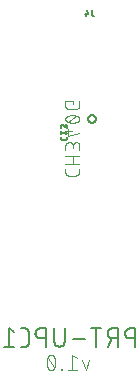
<source format=gbr>
G04 EAGLE Gerber RS-274X export*
G75*
%MOMM*%
%FSLAX34Y34*%
%LPD*%
%INSilkscreen Bottom*%
%IPPOS*%
%AMOC8*
5,1,8,0,0,1.08239X$1,22.5*%
G01*
%ADD10C,0.101600*%
%ADD11C,0.127000*%
%ADD12C,0.203200*%


D10*
X291492Y209313D02*
X288557Y200508D01*
X285622Y209313D01*
X280704Y210781D02*
X277035Y213716D01*
X277035Y200508D01*
X273367Y200508D02*
X280704Y200508D01*
X268441Y200508D02*
X268441Y201242D01*
X267708Y201242D01*
X267708Y200508D01*
X268441Y200508D01*
X262782Y207112D02*
X262779Y207372D01*
X262770Y207631D01*
X262754Y207891D01*
X262732Y208150D01*
X262705Y208408D01*
X262671Y208666D01*
X262630Y208922D01*
X262584Y209178D01*
X262532Y209433D01*
X262473Y209686D01*
X262409Y209937D01*
X262338Y210188D01*
X262262Y210436D01*
X262180Y210682D01*
X262092Y210927D01*
X261998Y211169D01*
X261898Y211409D01*
X261792Y211646D01*
X261681Y211881D01*
X261681Y211882D02*
X261646Y211977D01*
X261608Y212072D01*
X261566Y212165D01*
X261520Y212256D01*
X261471Y212346D01*
X261419Y212434D01*
X261364Y212519D01*
X261305Y212603D01*
X261243Y212684D01*
X261179Y212763D01*
X261111Y212839D01*
X261040Y212913D01*
X260967Y212984D01*
X260891Y213052D01*
X260813Y213118D01*
X260732Y213180D01*
X260649Y213240D01*
X260564Y213296D01*
X260477Y213349D01*
X260388Y213398D01*
X260297Y213444D01*
X260204Y213487D01*
X260110Y213526D01*
X260014Y213562D01*
X259917Y213594D01*
X259819Y213623D01*
X259720Y213647D01*
X259620Y213668D01*
X259520Y213685D01*
X259419Y213699D01*
X259317Y213708D01*
X259215Y213714D01*
X259113Y213716D01*
X259011Y213714D01*
X258909Y213708D01*
X258807Y213699D01*
X258706Y213685D01*
X258606Y213668D01*
X258506Y213647D01*
X258407Y213623D01*
X258309Y213594D01*
X258212Y213562D01*
X258116Y213526D01*
X258022Y213487D01*
X257929Y213444D01*
X257838Y213398D01*
X257749Y213349D01*
X257662Y213296D01*
X257577Y213240D01*
X257494Y213180D01*
X257413Y213118D01*
X257335Y213052D01*
X257259Y212984D01*
X257186Y212913D01*
X257115Y212839D01*
X257047Y212763D01*
X256983Y212684D01*
X256921Y212603D01*
X256862Y212519D01*
X256807Y212434D01*
X256755Y212346D01*
X256706Y212256D01*
X256660Y212165D01*
X256618Y212072D01*
X256580Y211977D01*
X256545Y211882D01*
X256546Y211881D02*
X256435Y211647D01*
X256329Y211409D01*
X256229Y211169D01*
X256135Y210927D01*
X256047Y210682D01*
X255965Y210436D01*
X255889Y210188D01*
X255818Y209938D01*
X255754Y209686D01*
X255695Y209433D01*
X255643Y209178D01*
X255597Y208922D01*
X255556Y208666D01*
X255522Y208408D01*
X255495Y208150D01*
X255473Y207891D01*
X255457Y207631D01*
X255448Y207372D01*
X255445Y207112D01*
X262783Y207112D02*
X262780Y206852D01*
X262771Y206592D01*
X262755Y206333D01*
X262733Y206074D01*
X262706Y205816D01*
X262672Y205558D01*
X262631Y205301D01*
X262585Y205046D01*
X262533Y204791D01*
X262474Y204538D01*
X262410Y204286D01*
X262339Y204036D01*
X262263Y203788D01*
X262181Y203541D01*
X262093Y203297D01*
X261999Y203055D01*
X261899Y202815D01*
X261793Y202577D01*
X261682Y202342D01*
X261681Y202342D02*
X261646Y202247D01*
X261608Y202152D01*
X261566Y202059D01*
X261520Y201968D01*
X261471Y201878D01*
X261419Y201790D01*
X261364Y201705D01*
X261305Y201621D01*
X261243Y201540D01*
X261179Y201461D01*
X261111Y201385D01*
X261040Y201311D01*
X260967Y201240D01*
X260891Y201172D01*
X260813Y201106D01*
X260732Y201044D01*
X260649Y200984D01*
X260564Y200928D01*
X260477Y200875D01*
X260388Y200826D01*
X260297Y200780D01*
X260204Y200737D01*
X260110Y200698D01*
X260014Y200662D01*
X259917Y200630D01*
X259819Y200601D01*
X259720Y200577D01*
X259620Y200556D01*
X259520Y200539D01*
X259419Y200525D01*
X259317Y200516D01*
X259215Y200510D01*
X259113Y200508D01*
X256546Y202343D02*
X256435Y202578D01*
X256329Y202815D01*
X256229Y203055D01*
X256135Y203297D01*
X256047Y203542D01*
X255965Y203788D01*
X255889Y204036D01*
X255818Y204287D01*
X255754Y204538D01*
X255695Y204791D01*
X255643Y205046D01*
X255597Y205302D01*
X255556Y205558D01*
X255522Y205816D01*
X255495Y206074D01*
X255473Y206333D01*
X255457Y206593D01*
X255448Y206852D01*
X255445Y207112D01*
X256545Y202342D02*
X256580Y202247D01*
X256618Y202152D01*
X256660Y202059D01*
X256706Y201968D01*
X256755Y201878D01*
X256807Y201790D01*
X256862Y201705D01*
X256921Y201621D01*
X256983Y201540D01*
X257047Y201461D01*
X257115Y201385D01*
X257186Y201311D01*
X257259Y201240D01*
X257335Y201172D01*
X257413Y201106D01*
X257494Y201044D01*
X257577Y200984D01*
X257662Y200928D01*
X257749Y200875D01*
X257838Y200826D01*
X257929Y200780D01*
X258022Y200737D01*
X258116Y200698D01*
X258212Y200662D01*
X258309Y200630D01*
X258407Y200601D01*
X258506Y200577D01*
X258606Y200556D01*
X258706Y200539D01*
X258807Y200525D01*
X258909Y200516D01*
X259011Y200510D01*
X259113Y200508D01*
X262048Y203443D02*
X256178Y210781D01*
D11*
X330365Y220635D02*
X330365Y236129D01*
X326061Y236129D01*
X325931Y236127D01*
X325801Y236121D01*
X325671Y236111D01*
X325542Y236098D01*
X325413Y236080D01*
X325285Y236059D01*
X325158Y236033D01*
X325031Y236004D01*
X324905Y235971D01*
X324781Y235934D01*
X324657Y235894D01*
X324535Y235849D01*
X324414Y235801D01*
X324295Y235750D01*
X324177Y235695D01*
X324061Y235636D01*
X323947Y235574D01*
X323834Y235508D01*
X323724Y235439D01*
X323616Y235367D01*
X323510Y235292D01*
X323407Y235213D01*
X323306Y235131D01*
X323207Y235047D01*
X323111Y234959D01*
X323018Y234868D01*
X322927Y234775D01*
X322839Y234679D01*
X322755Y234580D01*
X322673Y234479D01*
X322594Y234376D01*
X322519Y234270D01*
X322447Y234162D01*
X322378Y234052D01*
X322312Y233939D01*
X322250Y233825D01*
X322191Y233709D01*
X322136Y233591D01*
X322085Y233472D01*
X322037Y233351D01*
X321992Y233229D01*
X321952Y233105D01*
X321915Y232981D01*
X321882Y232855D01*
X321853Y232728D01*
X321827Y232601D01*
X321806Y232473D01*
X321788Y232344D01*
X321775Y232215D01*
X321765Y232085D01*
X321759Y231955D01*
X321757Y231825D01*
X321759Y231695D01*
X321765Y231565D01*
X321775Y231435D01*
X321788Y231306D01*
X321806Y231177D01*
X321827Y231049D01*
X321853Y230922D01*
X321882Y230795D01*
X321915Y230669D01*
X321952Y230545D01*
X321992Y230421D01*
X322037Y230299D01*
X322085Y230178D01*
X322136Y230059D01*
X322191Y229941D01*
X322250Y229825D01*
X322312Y229711D01*
X322378Y229598D01*
X322447Y229488D01*
X322519Y229380D01*
X322594Y229274D01*
X322673Y229171D01*
X322755Y229070D01*
X322839Y228971D01*
X322927Y228875D01*
X323018Y228782D01*
X323111Y228691D01*
X323207Y228603D01*
X323306Y228519D01*
X323407Y228437D01*
X323510Y228358D01*
X323616Y228283D01*
X323724Y228211D01*
X323834Y228142D01*
X323947Y228076D01*
X324061Y228014D01*
X324177Y227955D01*
X324295Y227900D01*
X324414Y227849D01*
X324535Y227801D01*
X324657Y227756D01*
X324781Y227716D01*
X324905Y227679D01*
X325031Y227646D01*
X325158Y227617D01*
X325285Y227591D01*
X325413Y227570D01*
X325542Y227552D01*
X325671Y227539D01*
X325801Y227529D01*
X325931Y227523D01*
X326061Y227521D01*
X330365Y227521D01*
X315611Y220635D02*
X315611Y236129D01*
X311307Y236129D01*
X311177Y236127D01*
X311047Y236121D01*
X310917Y236111D01*
X310788Y236098D01*
X310659Y236080D01*
X310531Y236059D01*
X310404Y236033D01*
X310277Y236004D01*
X310151Y235971D01*
X310027Y235934D01*
X309903Y235894D01*
X309781Y235849D01*
X309660Y235801D01*
X309541Y235750D01*
X309423Y235695D01*
X309307Y235636D01*
X309193Y235574D01*
X309080Y235508D01*
X308970Y235439D01*
X308862Y235367D01*
X308756Y235292D01*
X308653Y235213D01*
X308552Y235131D01*
X308453Y235047D01*
X308357Y234959D01*
X308264Y234868D01*
X308173Y234775D01*
X308085Y234679D01*
X308001Y234580D01*
X307919Y234479D01*
X307840Y234376D01*
X307765Y234270D01*
X307693Y234162D01*
X307624Y234052D01*
X307558Y233939D01*
X307496Y233825D01*
X307437Y233709D01*
X307382Y233591D01*
X307331Y233472D01*
X307283Y233351D01*
X307238Y233229D01*
X307198Y233105D01*
X307161Y232981D01*
X307128Y232855D01*
X307099Y232728D01*
X307073Y232601D01*
X307052Y232473D01*
X307034Y232344D01*
X307021Y232215D01*
X307011Y232085D01*
X307005Y231955D01*
X307003Y231825D01*
X307005Y231695D01*
X307011Y231565D01*
X307021Y231435D01*
X307034Y231306D01*
X307052Y231177D01*
X307073Y231049D01*
X307099Y230922D01*
X307128Y230795D01*
X307161Y230669D01*
X307198Y230545D01*
X307238Y230421D01*
X307283Y230299D01*
X307331Y230178D01*
X307382Y230059D01*
X307437Y229941D01*
X307496Y229825D01*
X307558Y229711D01*
X307624Y229598D01*
X307693Y229488D01*
X307765Y229380D01*
X307840Y229274D01*
X307919Y229171D01*
X308001Y229070D01*
X308085Y228971D01*
X308173Y228875D01*
X308264Y228782D01*
X308357Y228691D01*
X308453Y228603D01*
X308552Y228519D01*
X308653Y228437D01*
X308756Y228358D01*
X308862Y228283D01*
X308970Y228211D01*
X309080Y228142D01*
X309193Y228076D01*
X309307Y228014D01*
X309423Y227955D01*
X309541Y227900D01*
X309660Y227849D01*
X309781Y227801D01*
X309903Y227756D01*
X310027Y227716D01*
X310151Y227679D01*
X310277Y227646D01*
X310404Y227617D01*
X310531Y227591D01*
X310659Y227570D01*
X310788Y227552D01*
X310917Y227539D01*
X311047Y227529D01*
X311177Y227523D01*
X311307Y227521D01*
X315611Y227521D01*
X310446Y227521D02*
X307003Y220635D01*
X297518Y220635D02*
X297518Y236129D01*
X301821Y236129D02*
X293214Y236129D01*
X287816Y226660D02*
X277487Y226660D01*
X270603Y224939D02*
X270603Y236129D01*
X270603Y224939D02*
X270601Y224809D01*
X270595Y224679D01*
X270585Y224549D01*
X270572Y224420D01*
X270554Y224291D01*
X270533Y224163D01*
X270507Y224036D01*
X270478Y223909D01*
X270445Y223783D01*
X270408Y223659D01*
X270368Y223535D01*
X270323Y223413D01*
X270275Y223292D01*
X270224Y223173D01*
X270169Y223055D01*
X270110Y222939D01*
X270048Y222825D01*
X269982Y222712D01*
X269913Y222602D01*
X269841Y222494D01*
X269766Y222388D01*
X269687Y222285D01*
X269605Y222184D01*
X269521Y222085D01*
X269433Y221989D01*
X269342Y221896D01*
X269249Y221805D01*
X269153Y221717D01*
X269054Y221633D01*
X268953Y221551D01*
X268850Y221472D01*
X268744Y221397D01*
X268636Y221325D01*
X268526Y221256D01*
X268413Y221190D01*
X268299Y221128D01*
X268183Y221069D01*
X268065Y221014D01*
X267946Y220963D01*
X267825Y220915D01*
X267703Y220870D01*
X267579Y220830D01*
X267455Y220793D01*
X267329Y220760D01*
X267202Y220731D01*
X267075Y220705D01*
X266947Y220684D01*
X266818Y220666D01*
X266689Y220653D01*
X266559Y220643D01*
X266429Y220637D01*
X266299Y220635D01*
X266169Y220637D01*
X266039Y220643D01*
X265909Y220653D01*
X265780Y220666D01*
X265651Y220684D01*
X265523Y220705D01*
X265396Y220731D01*
X265269Y220760D01*
X265143Y220793D01*
X265019Y220830D01*
X264895Y220870D01*
X264773Y220915D01*
X264652Y220963D01*
X264533Y221014D01*
X264415Y221069D01*
X264299Y221128D01*
X264185Y221190D01*
X264072Y221256D01*
X263962Y221325D01*
X263854Y221397D01*
X263748Y221472D01*
X263645Y221551D01*
X263544Y221633D01*
X263445Y221717D01*
X263349Y221805D01*
X263256Y221896D01*
X263165Y221989D01*
X263077Y222085D01*
X262993Y222184D01*
X262911Y222285D01*
X262832Y222388D01*
X262757Y222494D01*
X262685Y222602D01*
X262616Y222712D01*
X262550Y222825D01*
X262488Y222939D01*
X262429Y223055D01*
X262374Y223173D01*
X262323Y223292D01*
X262275Y223413D01*
X262230Y223535D01*
X262190Y223659D01*
X262153Y223783D01*
X262120Y223909D01*
X262091Y224036D01*
X262065Y224163D01*
X262044Y224291D01*
X262026Y224420D01*
X262013Y224549D01*
X262003Y224679D01*
X261997Y224809D01*
X261995Y224939D01*
X261996Y224939D02*
X261996Y236129D01*
X254550Y236129D02*
X254550Y220635D01*
X254550Y236129D02*
X250246Y236129D01*
X250116Y236127D01*
X249986Y236121D01*
X249856Y236111D01*
X249727Y236098D01*
X249598Y236080D01*
X249470Y236059D01*
X249343Y236033D01*
X249216Y236004D01*
X249090Y235971D01*
X248966Y235934D01*
X248842Y235894D01*
X248720Y235849D01*
X248599Y235801D01*
X248480Y235750D01*
X248362Y235695D01*
X248246Y235636D01*
X248132Y235574D01*
X248019Y235508D01*
X247909Y235439D01*
X247801Y235367D01*
X247695Y235292D01*
X247592Y235213D01*
X247491Y235131D01*
X247392Y235047D01*
X247296Y234959D01*
X247203Y234868D01*
X247112Y234775D01*
X247024Y234679D01*
X246940Y234580D01*
X246858Y234479D01*
X246779Y234376D01*
X246704Y234270D01*
X246632Y234162D01*
X246563Y234052D01*
X246497Y233939D01*
X246435Y233825D01*
X246376Y233709D01*
X246321Y233591D01*
X246270Y233472D01*
X246222Y233351D01*
X246177Y233229D01*
X246137Y233105D01*
X246100Y232981D01*
X246067Y232855D01*
X246038Y232728D01*
X246012Y232601D01*
X245991Y232473D01*
X245973Y232344D01*
X245960Y232215D01*
X245950Y232085D01*
X245944Y231955D01*
X245942Y231825D01*
X245944Y231695D01*
X245950Y231565D01*
X245960Y231435D01*
X245973Y231306D01*
X245991Y231177D01*
X246012Y231049D01*
X246038Y230922D01*
X246067Y230795D01*
X246100Y230669D01*
X246137Y230545D01*
X246177Y230421D01*
X246222Y230299D01*
X246270Y230178D01*
X246321Y230059D01*
X246376Y229941D01*
X246435Y229825D01*
X246497Y229711D01*
X246563Y229598D01*
X246632Y229488D01*
X246704Y229380D01*
X246779Y229274D01*
X246858Y229171D01*
X246940Y229070D01*
X247024Y228971D01*
X247112Y228875D01*
X247203Y228782D01*
X247296Y228691D01*
X247392Y228603D01*
X247491Y228519D01*
X247592Y228437D01*
X247695Y228358D01*
X247801Y228283D01*
X247909Y228211D01*
X248019Y228142D01*
X248132Y228076D01*
X248246Y228014D01*
X248362Y227955D01*
X248480Y227900D01*
X248599Y227849D01*
X248720Y227801D01*
X248842Y227756D01*
X248966Y227716D01*
X249090Y227679D01*
X249216Y227646D01*
X249343Y227617D01*
X249470Y227591D01*
X249598Y227570D01*
X249727Y227552D01*
X249856Y227539D01*
X249986Y227529D01*
X250116Y227523D01*
X250246Y227521D01*
X254550Y227521D01*
X236971Y220635D02*
X233527Y220635D01*
X236971Y220635D02*
X237086Y220637D01*
X237201Y220643D01*
X237316Y220652D01*
X237430Y220666D01*
X237544Y220683D01*
X237657Y220704D01*
X237769Y220729D01*
X237881Y220757D01*
X237991Y220790D01*
X238100Y220826D01*
X238208Y220865D01*
X238315Y220908D01*
X238420Y220955D01*
X238524Y221005D01*
X238626Y221059D01*
X238726Y221116D01*
X238824Y221176D01*
X238920Y221239D01*
X239013Y221306D01*
X239105Y221376D01*
X239194Y221449D01*
X239281Y221525D01*
X239365Y221603D01*
X239446Y221684D01*
X239525Y221769D01*
X239600Y221855D01*
X239673Y221944D01*
X239743Y222036D01*
X239810Y222129D01*
X239873Y222225D01*
X239933Y222323D01*
X239990Y222423D01*
X240044Y222525D01*
X240094Y222629D01*
X240141Y222734D01*
X240184Y222841D01*
X240224Y222949D01*
X240259Y223058D01*
X240292Y223168D01*
X240320Y223280D01*
X240345Y223392D01*
X240366Y223505D01*
X240383Y223619D01*
X240397Y223733D01*
X240406Y223848D01*
X240412Y223963D01*
X240414Y224078D01*
X240414Y232686D01*
X240412Y232801D01*
X240406Y232916D01*
X240397Y233031D01*
X240383Y233145D01*
X240366Y233259D01*
X240345Y233372D01*
X240320Y233484D01*
X240292Y233596D01*
X240259Y233706D01*
X240224Y233815D01*
X240184Y233923D01*
X240141Y234030D01*
X240094Y234135D01*
X240044Y234239D01*
X239990Y234341D01*
X239933Y234441D01*
X239873Y234539D01*
X239810Y234635D01*
X239743Y234728D01*
X239673Y234820D01*
X239600Y234909D01*
X239525Y234995D01*
X239446Y235080D01*
X239365Y235161D01*
X239281Y235239D01*
X239194Y235315D01*
X239105Y235388D01*
X239013Y235458D01*
X238920Y235525D01*
X238824Y235588D01*
X238726Y235648D01*
X238626Y235705D01*
X238524Y235759D01*
X238420Y235809D01*
X238315Y235856D01*
X238208Y235899D01*
X238100Y235938D01*
X237991Y235974D01*
X237881Y236007D01*
X237769Y236035D01*
X237657Y236060D01*
X237544Y236081D01*
X237430Y236098D01*
X237316Y236112D01*
X237201Y236121D01*
X237086Y236127D01*
X236971Y236129D01*
X233527Y236129D01*
X227988Y232686D02*
X223684Y236129D01*
X223684Y220635D01*
X227988Y220635D02*
X219380Y220635D01*
D12*
X290534Y413440D02*
X290536Y413554D01*
X290542Y413667D01*
X290552Y413780D01*
X290566Y413893D01*
X290583Y414005D01*
X290605Y414117D01*
X290631Y414228D01*
X290660Y414337D01*
X290693Y414446D01*
X290730Y414554D01*
X290771Y414660D01*
X290815Y414764D01*
X290864Y414867D01*
X290915Y414969D01*
X290970Y415068D01*
X291029Y415165D01*
X291091Y415261D01*
X291156Y415354D01*
X291224Y415445D01*
X291296Y415533D01*
X291370Y415619D01*
X291448Y415702D01*
X291528Y415782D01*
X291611Y415860D01*
X291697Y415934D01*
X291785Y416006D01*
X291876Y416074D01*
X291969Y416139D01*
X292065Y416201D01*
X292162Y416260D01*
X292261Y416315D01*
X292363Y416366D01*
X292466Y416415D01*
X292570Y416459D01*
X292676Y416500D01*
X292784Y416537D01*
X292893Y416570D01*
X293002Y416599D01*
X293113Y416625D01*
X293225Y416647D01*
X293337Y416664D01*
X293450Y416678D01*
X293563Y416688D01*
X293676Y416694D01*
X293790Y416696D01*
X293904Y416694D01*
X294017Y416688D01*
X294130Y416678D01*
X294243Y416664D01*
X294355Y416647D01*
X294467Y416625D01*
X294578Y416599D01*
X294687Y416570D01*
X294796Y416537D01*
X294904Y416500D01*
X295010Y416459D01*
X295114Y416415D01*
X295217Y416366D01*
X295319Y416315D01*
X295418Y416260D01*
X295515Y416201D01*
X295611Y416139D01*
X295704Y416074D01*
X295795Y416006D01*
X295883Y415934D01*
X295969Y415860D01*
X296052Y415782D01*
X296132Y415702D01*
X296210Y415619D01*
X296284Y415533D01*
X296356Y415445D01*
X296424Y415354D01*
X296489Y415261D01*
X296551Y415165D01*
X296610Y415068D01*
X296665Y414969D01*
X296716Y414867D01*
X296765Y414764D01*
X296809Y414660D01*
X296850Y414554D01*
X296887Y414446D01*
X296920Y414337D01*
X296949Y414228D01*
X296975Y414117D01*
X296997Y414005D01*
X297014Y413893D01*
X297028Y413780D01*
X297038Y413667D01*
X297044Y413554D01*
X297046Y413440D01*
X297044Y413326D01*
X297038Y413213D01*
X297028Y413100D01*
X297014Y412987D01*
X296997Y412875D01*
X296975Y412763D01*
X296949Y412652D01*
X296920Y412543D01*
X296887Y412434D01*
X296850Y412326D01*
X296809Y412220D01*
X296765Y412116D01*
X296716Y412013D01*
X296665Y411911D01*
X296610Y411812D01*
X296551Y411715D01*
X296489Y411619D01*
X296424Y411526D01*
X296356Y411435D01*
X296284Y411347D01*
X296210Y411261D01*
X296132Y411178D01*
X296052Y411098D01*
X295969Y411020D01*
X295883Y410946D01*
X295795Y410874D01*
X295704Y410806D01*
X295611Y410741D01*
X295515Y410679D01*
X295418Y410620D01*
X295319Y410565D01*
X295217Y410514D01*
X295114Y410465D01*
X295010Y410421D01*
X294904Y410380D01*
X294796Y410343D01*
X294687Y410310D01*
X294578Y410281D01*
X294467Y410255D01*
X294355Y410233D01*
X294243Y410216D01*
X294130Y410202D01*
X294017Y410192D01*
X293904Y410186D01*
X293790Y410184D01*
X293676Y410186D01*
X293563Y410192D01*
X293450Y410202D01*
X293337Y410216D01*
X293225Y410233D01*
X293113Y410255D01*
X293002Y410281D01*
X292893Y410310D01*
X292784Y410343D01*
X292676Y410380D01*
X292570Y410421D01*
X292466Y410465D01*
X292363Y410514D01*
X292261Y410565D01*
X292162Y410620D01*
X292065Y410679D01*
X291969Y410741D01*
X291876Y410806D01*
X291785Y410874D01*
X291697Y410946D01*
X291611Y411020D01*
X291528Y411098D01*
X291448Y411178D01*
X291370Y411261D01*
X291296Y411347D01*
X291224Y411435D01*
X291156Y411526D01*
X291091Y411619D01*
X291029Y411715D01*
X290970Y411812D01*
X290915Y411911D01*
X290864Y412013D01*
X290815Y412116D01*
X290771Y412220D01*
X290730Y412326D01*
X290693Y412434D01*
X290660Y412543D01*
X290631Y412652D01*
X290605Y412763D01*
X290583Y412875D01*
X290566Y412987D01*
X290552Y413100D01*
X290542Y413213D01*
X290536Y413326D01*
X290534Y413440D01*
D10*
X271298Y370663D02*
X271298Y368066D01*
X271300Y367967D01*
X271306Y367867D01*
X271315Y367768D01*
X271328Y367670D01*
X271345Y367572D01*
X271366Y367474D01*
X271391Y367378D01*
X271419Y367283D01*
X271451Y367189D01*
X271486Y367096D01*
X271525Y367004D01*
X271568Y366914D01*
X271613Y366826D01*
X271663Y366739D01*
X271715Y366655D01*
X271771Y366572D01*
X271829Y366492D01*
X271891Y366414D01*
X271956Y366339D01*
X272024Y366266D01*
X272094Y366196D01*
X272167Y366128D01*
X272242Y366063D01*
X272320Y366001D01*
X272400Y365943D01*
X272483Y365887D01*
X272567Y365835D01*
X272654Y365785D01*
X272742Y365740D01*
X272832Y365697D01*
X272924Y365658D01*
X273017Y365623D01*
X273111Y365591D01*
X273206Y365563D01*
X273302Y365538D01*
X273400Y365517D01*
X273498Y365500D01*
X273596Y365487D01*
X273695Y365478D01*
X273795Y365472D01*
X273894Y365470D01*
X280386Y365470D01*
X280485Y365472D01*
X280585Y365478D01*
X280684Y365487D01*
X280782Y365500D01*
X280880Y365517D01*
X280978Y365538D01*
X281074Y365563D01*
X281169Y365591D01*
X281263Y365623D01*
X281356Y365658D01*
X281448Y365697D01*
X281538Y365740D01*
X281626Y365785D01*
X281713Y365835D01*
X281797Y365887D01*
X281880Y365943D01*
X281960Y366001D01*
X282038Y366063D01*
X282113Y366128D01*
X282186Y366196D01*
X282256Y366266D01*
X282324Y366339D01*
X282389Y366414D01*
X282451Y366492D01*
X282509Y366572D01*
X282565Y366655D01*
X282617Y366739D01*
X282667Y366826D01*
X282712Y366914D01*
X282755Y367004D01*
X282794Y367096D01*
X282829Y367188D01*
X282861Y367283D01*
X282889Y367378D01*
X282914Y367474D01*
X282935Y367572D01*
X282952Y367670D01*
X282965Y367768D01*
X282974Y367867D01*
X282980Y367967D01*
X282982Y368066D01*
X282982Y370663D01*
X282982Y375409D02*
X271298Y375409D01*
X277789Y375409D02*
X277789Y381900D01*
X282982Y381900D02*
X271298Y381900D01*
X271298Y387220D02*
X271298Y390466D01*
X271300Y390579D01*
X271306Y390692D01*
X271316Y390805D01*
X271330Y390918D01*
X271347Y391030D01*
X271369Y391141D01*
X271394Y391251D01*
X271424Y391361D01*
X271457Y391469D01*
X271494Y391576D01*
X271534Y391682D01*
X271579Y391786D01*
X271627Y391889D01*
X271678Y391990D01*
X271733Y392089D01*
X271791Y392186D01*
X271853Y392281D01*
X271918Y392374D01*
X271986Y392464D01*
X272057Y392552D01*
X272132Y392638D01*
X272209Y392721D01*
X272289Y392801D01*
X272372Y392878D01*
X272458Y392953D01*
X272546Y393024D01*
X272636Y393092D01*
X272729Y393157D01*
X272824Y393219D01*
X272921Y393277D01*
X273020Y393332D01*
X273121Y393383D01*
X273224Y393431D01*
X273328Y393476D01*
X273434Y393516D01*
X273541Y393553D01*
X273649Y393586D01*
X273759Y393616D01*
X273869Y393641D01*
X273980Y393663D01*
X274092Y393680D01*
X274205Y393694D01*
X274318Y393704D01*
X274431Y393710D01*
X274544Y393712D01*
X274657Y393710D01*
X274770Y393704D01*
X274883Y393694D01*
X274996Y393680D01*
X275108Y393663D01*
X275219Y393641D01*
X275329Y393616D01*
X275439Y393586D01*
X275547Y393553D01*
X275654Y393516D01*
X275760Y393476D01*
X275864Y393431D01*
X275967Y393383D01*
X276068Y393332D01*
X276167Y393277D01*
X276264Y393219D01*
X276359Y393157D01*
X276452Y393092D01*
X276542Y393024D01*
X276630Y392953D01*
X276716Y392878D01*
X276799Y392801D01*
X276879Y392721D01*
X276956Y392638D01*
X277031Y392552D01*
X277102Y392464D01*
X277170Y392374D01*
X277235Y392281D01*
X277297Y392186D01*
X277355Y392089D01*
X277410Y391990D01*
X277461Y391889D01*
X277509Y391786D01*
X277554Y391682D01*
X277594Y391576D01*
X277631Y391469D01*
X277664Y391361D01*
X277694Y391251D01*
X277719Y391141D01*
X277741Y391030D01*
X277758Y390918D01*
X277772Y390805D01*
X277782Y390692D01*
X277788Y390579D01*
X277790Y390466D01*
X282982Y391115D02*
X282982Y387220D01*
X282982Y391115D02*
X282980Y391216D01*
X282974Y391316D01*
X282964Y391416D01*
X282951Y391516D01*
X282933Y391615D01*
X282912Y391714D01*
X282887Y391811D01*
X282858Y391908D01*
X282825Y392003D01*
X282789Y392097D01*
X282749Y392189D01*
X282706Y392280D01*
X282659Y392369D01*
X282609Y392456D01*
X282555Y392542D01*
X282498Y392625D01*
X282438Y392705D01*
X282375Y392784D01*
X282308Y392860D01*
X282239Y392933D01*
X282167Y393003D01*
X282093Y393071D01*
X282016Y393136D01*
X281936Y393197D01*
X281854Y393256D01*
X281770Y393311D01*
X281684Y393363D01*
X281596Y393412D01*
X281506Y393457D01*
X281414Y393499D01*
X281321Y393537D01*
X281226Y393571D01*
X281131Y393602D01*
X281034Y393629D01*
X280936Y393652D01*
X280837Y393672D01*
X280737Y393687D01*
X280637Y393699D01*
X280537Y393707D01*
X280436Y393711D01*
X280336Y393711D01*
X280235Y393707D01*
X280135Y393699D01*
X280035Y393687D01*
X279935Y393672D01*
X279836Y393652D01*
X279738Y393629D01*
X279641Y393602D01*
X279546Y393571D01*
X279451Y393537D01*
X279358Y393499D01*
X279266Y393457D01*
X279176Y393412D01*
X279088Y393363D01*
X279002Y393311D01*
X278918Y393256D01*
X278836Y393197D01*
X278756Y393136D01*
X278679Y393071D01*
X278605Y393003D01*
X278533Y392933D01*
X278464Y392860D01*
X278397Y392784D01*
X278334Y392705D01*
X278274Y392625D01*
X278217Y392542D01*
X278163Y392456D01*
X278113Y392369D01*
X278066Y392280D01*
X278023Y392189D01*
X277983Y392097D01*
X277947Y392003D01*
X277914Y391908D01*
X277885Y391811D01*
X277860Y391714D01*
X277839Y391615D01*
X277821Y391516D01*
X277808Y391416D01*
X277798Y391316D01*
X277792Y391216D01*
X277790Y391115D01*
X277789Y391115D02*
X277789Y388518D01*
X273894Y398650D02*
X282982Y401246D01*
X273894Y398650D02*
X273894Y405141D01*
X276491Y403194D02*
X271298Y403194D01*
X277140Y410080D02*
X277370Y410083D01*
X277600Y410091D01*
X277829Y410105D01*
X278058Y410124D01*
X278287Y410149D01*
X278514Y410179D01*
X278742Y410214D01*
X278968Y410255D01*
X279193Y410301D01*
X279417Y410353D01*
X279639Y410410D01*
X279861Y410472D01*
X280080Y410540D01*
X280298Y410613D01*
X280515Y410691D01*
X280729Y410774D01*
X280941Y410862D01*
X281151Y410955D01*
X281359Y411054D01*
X281359Y411053D02*
X281449Y411086D01*
X281538Y411122D01*
X281626Y411162D01*
X281711Y411206D01*
X281795Y411253D01*
X281877Y411303D01*
X281957Y411357D01*
X282034Y411413D01*
X282110Y411473D01*
X282183Y411536D01*
X282253Y411601D01*
X282321Y411670D01*
X282385Y411741D01*
X282447Y411814D01*
X282506Y411890D01*
X282562Y411968D01*
X282615Y412049D01*
X282664Y412131D01*
X282710Y412215D01*
X282753Y412302D01*
X282792Y412389D01*
X282828Y412479D01*
X282860Y412569D01*
X282888Y412661D01*
X282913Y412754D01*
X282934Y412848D01*
X282951Y412942D01*
X282965Y413037D01*
X282974Y413133D01*
X282980Y413229D01*
X282982Y413325D01*
X282980Y413421D01*
X282974Y413517D01*
X282965Y413613D01*
X282951Y413708D01*
X282934Y413802D01*
X282913Y413896D01*
X282888Y413989D01*
X282860Y414081D01*
X282828Y414171D01*
X282792Y414261D01*
X282753Y414348D01*
X282710Y414435D01*
X282664Y414519D01*
X282615Y414601D01*
X282562Y414682D01*
X282506Y414760D01*
X282447Y414836D01*
X282385Y414909D01*
X282321Y414980D01*
X282253Y415049D01*
X282183Y415114D01*
X282110Y415177D01*
X282034Y415237D01*
X281957Y415293D01*
X281877Y415347D01*
X281795Y415397D01*
X281711Y415444D01*
X281626Y415488D01*
X281538Y415528D01*
X281449Y415564D01*
X281359Y415597D01*
X281359Y415598D02*
X281152Y415697D01*
X280942Y415790D01*
X280729Y415878D01*
X280515Y415961D01*
X280299Y416039D01*
X280081Y416112D01*
X279861Y416180D01*
X279640Y416242D01*
X279417Y416299D01*
X279193Y416351D01*
X278968Y416397D01*
X278742Y416438D01*
X278515Y416473D01*
X278287Y416503D01*
X278058Y416528D01*
X277829Y416547D01*
X277600Y416561D01*
X277370Y416569D01*
X277140Y416572D01*
X277140Y410080D02*
X276910Y410083D01*
X276680Y410091D01*
X276451Y410105D01*
X276222Y410124D01*
X275993Y410149D01*
X275765Y410179D01*
X275538Y410214D01*
X275312Y410255D01*
X275087Y410301D01*
X274863Y410353D01*
X274640Y410410D01*
X274419Y410472D01*
X274199Y410540D01*
X273981Y410613D01*
X273765Y410691D01*
X273551Y410774D01*
X273339Y410862D01*
X273128Y410955D01*
X272921Y411054D01*
X272921Y411053D02*
X272831Y411086D01*
X272742Y411122D01*
X272654Y411163D01*
X272569Y411206D01*
X272485Y411253D01*
X272403Y411303D01*
X272323Y411357D01*
X272246Y411413D01*
X272170Y411473D01*
X272097Y411536D01*
X272027Y411601D01*
X271959Y411670D01*
X271895Y411741D01*
X271833Y411814D01*
X271774Y411890D01*
X271718Y411968D01*
X271665Y412049D01*
X271616Y412131D01*
X271570Y412215D01*
X271527Y412302D01*
X271488Y412389D01*
X271452Y412479D01*
X271420Y412569D01*
X271392Y412661D01*
X271367Y412754D01*
X271346Y412848D01*
X271329Y412942D01*
X271315Y413037D01*
X271306Y413133D01*
X271300Y413229D01*
X271298Y413325D01*
X272921Y415597D02*
X273128Y415696D01*
X273339Y415789D01*
X273551Y415877D01*
X273765Y415960D01*
X273981Y416038D01*
X274199Y416111D01*
X274419Y416179D01*
X274640Y416241D01*
X274863Y416298D01*
X275087Y416350D01*
X275312Y416396D01*
X275538Y416437D01*
X275765Y416472D01*
X275993Y416502D01*
X276222Y416527D01*
X276451Y416546D01*
X276680Y416560D01*
X276910Y416568D01*
X277140Y416571D01*
X272921Y415597D02*
X272831Y415564D01*
X272742Y415528D01*
X272654Y415488D01*
X272569Y415444D01*
X272485Y415397D01*
X272403Y415347D01*
X272323Y415293D01*
X272246Y415237D01*
X272170Y415177D01*
X272097Y415114D01*
X272027Y415049D01*
X271959Y414980D01*
X271895Y414909D01*
X271833Y414836D01*
X271774Y414760D01*
X271718Y414682D01*
X271665Y414601D01*
X271616Y414519D01*
X271570Y414435D01*
X271527Y414348D01*
X271488Y414261D01*
X271452Y414171D01*
X271420Y414081D01*
X271392Y413989D01*
X271367Y413896D01*
X271346Y413802D01*
X271329Y413708D01*
X271315Y413613D01*
X271306Y413517D01*
X271300Y413421D01*
X271298Y413325D01*
X273894Y410729D02*
X280386Y415922D01*
X277789Y426435D02*
X277789Y428382D01*
X271298Y428382D01*
X271298Y424487D01*
X271300Y424388D01*
X271306Y424288D01*
X271315Y424189D01*
X271328Y424091D01*
X271345Y423993D01*
X271366Y423895D01*
X271391Y423799D01*
X271419Y423704D01*
X271451Y423610D01*
X271486Y423517D01*
X271525Y423425D01*
X271568Y423335D01*
X271613Y423247D01*
X271663Y423160D01*
X271715Y423076D01*
X271771Y422993D01*
X271829Y422913D01*
X271891Y422835D01*
X271956Y422760D01*
X272024Y422687D01*
X272094Y422617D01*
X272167Y422549D01*
X272242Y422484D01*
X272320Y422422D01*
X272400Y422364D01*
X272483Y422308D01*
X272567Y422256D01*
X272654Y422206D01*
X272742Y422161D01*
X272832Y422118D01*
X272924Y422079D01*
X273017Y422044D01*
X273111Y422012D01*
X273206Y421984D01*
X273302Y421959D01*
X273400Y421938D01*
X273498Y421921D01*
X273596Y421908D01*
X273695Y421899D01*
X273795Y421893D01*
X273894Y421891D01*
X280386Y421891D01*
X280485Y421893D01*
X280585Y421899D01*
X280684Y421908D01*
X280782Y421921D01*
X280880Y421938D01*
X280978Y421959D01*
X281074Y421984D01*
X281169Y422012D01*
X281263Y422044D01*
X281356Y422079D01*
X281448Y422118D01*
X281538Y422161D01*
X281626Y422206D01*
X281713Y422256D01*
X281797Y422308D01*
X281880Y422364D01*
X281960Y422422D01*
X282038Y422484D01*
X282113Y422549D01*
X282186Y422617D01*
X282256Y422687D01*
X282324Y422760D01*
X282389Y422835D01*
X282451Y422913D01*
X282509Y422993D01*
X282565Y423076D01*
X282617Y423160D01*
X282667Y423247D01*
X282712Y423335D01*
X282755Y423425D01*
X282794Y423517D01*
X282829Y423609D01*
X282861Y423704D01*
X282889Y423799D01*
X282914Y423895D01*
X282935Y423993D01*
X282952Y424091D01*
X282965Y424189D01*
X282974Y424288D01*
X282980Y424388D01*
X282982Y424487D01*
X282982Y428382D01*
D11*
X267869Y397981D02*
X267869Y396908D01*
X267871Y396843D01*
X267877Y396779D01*
X267887Y396715D01*
X267900Y396651D01*
X267918Y396589D01*
X267939Y396528D01*
X267963Y396468D01*
X267992Y396410D01*
X268024Y396353D01*
X268059Y396299D01*
X268097Y396247D01*
X268139Y396197D01*
X268183Y396150D01*
X268230Y396106D01*
X268280Y396064D01*
X268332Y396026D01*
X268386Y395991D01*
X268443Y395959D01*
X268501Y395930D01*
X268561Y395906D01*
X268622Y395885D01*
X268684Y395867D01*
X268748Y395854D01*
X268812Y395844D01*
X268876Y395838D01*
X268941Y395836D01*
X271623Y395836D01*
X271688Y395838D01*
X271752Y395844D01*
X271816Y395854D01*
X271880Y395867D01*
X271942Y395885D01*
X272003Y395906D01*
X272063Y395930D01*
X272121Y395959D01*
X272178Y395991D01*
X272232Y396026D01*
X272284Y396064D01*
X272334Y396106D01*
X272381Y396150D01*
X272425Y396197D01*
X272467Y396247D01*
X272505Y396299D01*
X272540Y396353D01*
X272572Y396410D01*
X272601Y396468D01*
X272625Y396528D01*
X272646Y396589D01*
X272664Y396651D01*
X272677Y396715D01*
X272687Y396779D01*
X272693Y396843D01*
X272695Y396908D01*
X272695Y397981D01*
X271623Y400437D02*
X272695Y401777D01*
X267869Y401777D01*
X267869Y400437D02*
X267869Y403118D01*
X267869Y405923D02*
X267869Y407264D01*
X267871Y407335D01*
X267877Y407407D01*
X267886Y407477D01*
X267899Y407547D01*
X267916Y407617D01*
X267937Y407685D01*
X267961Y407752D01*
X267989Y407818D01*
X268020Y407882D01*
X268055Y407945D01*
X268093Y408005D01*
X268134Y408064D01*
X268178Y408120D01*
X268225Y408174D01*
X268274Y408225D01*
X268327Y408273D01*
X268382Y408319D01*
X268439Y408361D01*
X268499Y408401D01*
X268560Y408437D01*
X268624Y408470D01*
X268689Y408499D01*
X268755Y408525D01*
X268823Y408548D01*
X268892Y408567D01*
X268962Y408582D01*
X269032Y408593D01*
X269103Y408601D01*
X269174Y408605D01*
X269246Y408605D01*
X269317Y408601D01*
X269388Y408593D01*
X269458Y408582D01*
X269528Y408567D01*
X269597Y408548D01*
X269665Y408525D01*
X269731Y408499D01*
X269796Y408470D01*
X269860Y408437D01*
X269921Y408401D01*
X269981Y408361D01*
X270038Y408319D01*
X270093Y408273D01*
X270146Y408225D01*
X270195Y408174D01*
X270242Y408120D01*
X270286Y408064D01*
X270327Y408005D01*
X270365Y407945D01*
X270400Y407882D01*
X270431Y407818D01*
X270459Y407752D01*
X270483Y407685D01*
X270504Y407617D01*
X270521Y407547D01*
X270534Y407477D01*
X270543Y407407D01*
X270549Y407335D01*
X270551Y407264D01*
X272695Y407532D02*
X272695Y405923D01*
X272695Y407532D02*
X272693Y407597D01*
X272687Y407661D01*
X272677Y407725D01*
X272664Y407789D01*
X272646Y407851D01*
X272625Y407912D01*
X272601Y407972D01*
X272572Y408030D01*
X272540Y408087D01*
X272505Y408141D01*
X272467Y408193D01*
X272425Y408243D01*
X272381Y408290D01*
X272334Y408334D01*
X272284Y408376D01*
X272232Y408414D01*
X272178Y408449D01*
X272121Y408481D01*
X272063Y408510D01*
X272003Y408534D01*
X271942Y408555D01*
X271880Y408573D01*
X271816Y408586D01*
X271752Y408596D01*
X271688Y408602D01*
X271623Y408604D01*
X271558Y408602D01*
X271494Y408596D01*
X271430Y408586D01*
X271366Y408573D01*
X271304Y408555D01*
X271243Y408534D01*
X271183Y408510D01*
X271125Y408481D01*
X271068Y408449D01*
X271014Y408414D01*
X270962Y408376D01*
X270912Y408334D01*
X270865Y408290D01*
X270821Y408243D01*
X270779Y408193D01*
X270741Y408141D01*
X270706Y408087D01*
X270674Y408030D01*
X270645Y407972D01*
X270621Y407912D01*
X270600Y407851D01*
X270582Y407789D01*
X270569Y407725D01*
X270559Y407661D01*
X270553Y407597D01*
X270551Y407532D01*
X270550Y407532D02*
X270550Y406459D01*
X293564Y501971D02*
X293564Y505725D01*
X293564Y501971D02*
X293566Y501906D01*
X293572Y501842D01*
X293582Y501778D01*
X293595Y501714D01*
X293613Y501652D01*
X293634Y501591D01*
X293658Y501531D01*
X293687Y501473D01*
X293719Y501416D01*
X293754Y501362D01*
X293792Y501310D01*
X293834Y501260D01*
X293878Y501213D01*
X293925Y501169D01*
X293975Y501127D01*
X294027Y501089D01*
X294081Y501054D01*
X294138Y501022D01*
X294196Y500993D01*
X294256Y500969D01*
X294317Y500948D01*
X294379Y500930D01*
X294443Y500917D01*
X294507Y500907D01*
X294571Y500901D01*
X294636Y500899D01*
X295173Y500899D01*
X290616Y501971D02*
X289544Y505725D01*
X290616Y501971D02*
X287935Y501971D01*
X288739Y503044D02*
X288739Y500899D01*
M02*

</source>
